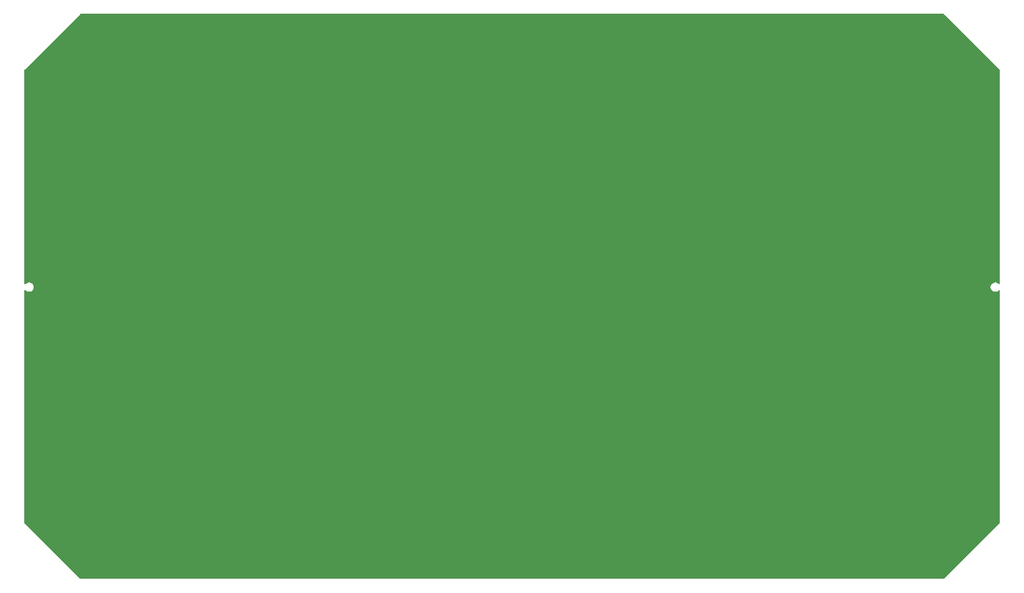
<source format=gbr>
%TF.GenerationSoftware,KiCad,Pcbnew,7.0.8*%
%TF.CreationDate,2025-03-15T15:27:24-04:00*%
%TF.ProjectId,dress panel,64726573-7320-4706-916e-656c2e6b6963,rev?*%
%TF.SameCoordinates,Original*%
%TF.FileFunction,Copper,L2,Bot*%
%TF.FilePolarity,Positive*%
%FSLAX46Y46*%
G04 Gerber Fmt 4.6, Leading zero omitted, Abs format (unit mm)*
G04 Created by KiCad (PCBNEW 7.0.8) date 2025-03-15 15:27:24*
%MOMM*%
%LPD*%
G01*
G04 APERTURE LIST*
%TA.AperFunction,NonConductor*%
%ADD10C,0.000000*%
%TD*%
G04 APERTURE END LIST*
D10*
%TA.AperFunction,NonConductor*%
G36*
X128636780Y80378300D02*
G01*
X128669800Y80355950D01*
X136235950Y72789800D01*
X136258300Y72756780D01*
X136265920Y72717660D01*
X136265920Y43697650D01*
X136257790Y43658030D01*
X136234910Y43624500D01*
X136201400Y43602630D01*
X136161270Y43596050D01*
X136122160Y43605200D01*
X136089620Y43628560D01*
X136069320Y43650920D01*
X135986010Y43715430D01*
X135893020Y43765720D01*
X135792970Y43800270D01*
X135688830Y43817540D01*
X135583170Y43817540D01*
X135479000Y43800270D01*
X135378950Y43765720D01*
X135285990Y43715430D01*
X135202680Y43650920D01*
X135131020Y43572680D01*
X135073140Y43484290D01*
X135030970Y43387770D01*
X135005060Y43285130D01*
X134996430Y43180000D01*
X135005060Y43074840D01*
X135030970Y42972200D01*
X135073140Y42875710D01*
X135131020Y42787320D01*
X135202680Y42709060D01*
X135285990Y42644570D01*
X135378950Y42594280D01*
X135479000Y42559730D01*
X135583170Y42542460D01*
X135688830Y42542460D01*
X135792970Y42559730D01*
X135893020Y42594280D01*
X135986010Y42644570D01*
X136069320Y42709060D01*
X136089620Y42731440D01*
X136122160Y42754800D01*
X136161270Y42763950D01*
X136201400Y42757340D01*
X136234910Y42735500D01*
X136257790Y42701970D01*
X136265920Y42662350D01*
X136265920Y11102340D01*
X136258300Y11063220D01*
X136235950Y11030200D01*
X128669800Y3464050D01*
X128636780Y3441700D01*
X128597660Y3434080D01*
X11102340Y3434080D01*
X11063220Y3441700D01*
X11030200Y3464050D01*
X3464050Y11030200D01*
X3441700Y11063220D01*
X3434080Y11102340D01*
X3434080Y42662350D01*
X3442210Y42701970D01*
X3465070Y42735500D01*
X3498600Y42757340D01*
X3538730Y42763950D01*
X3577840Y42754800D01*
X3610360Y42731440D01*
X3630680Y42709060D01*
X3713990Y42644570D01*
X3806950Y42594280D01*
X3907030Y42559730D01*
X4011170Y42542460D01*
X4116810Y42542460D01*
X4220970Y42559730D01*
X4321050Y42594280D01*
X4414010Y42644570D01*
X4497320Y42709060D01*
X4568950Y42787320D01*
X4626860Y42875710D01*
X4669030Y42972200D01*
X4694940Y43074840D01*
X4703570Y43180000D01*
X4694940Y43285130D01*
X4669030Y43387770D01*
X4626860Y43484290D01*
X4568950Y43572680D01*
X4497320Y43650920D01*
X4414010Y43715430D01*
X4321050Y43765720D01*
X4220970Y43800270D01*
X4116810Y43817540D01*
X4011170Y43817540D01*
X3907030Y43800270D01*
X3806950Y43765720D01*
X3713990Y43715430D01*
X3630680Y43650920D01*
X3610360Y43628560D01*
X3577840Y43605200D01*
X3538730Y43596050D01*
X3498600Y43602630D01*
X3465070Y43624500D01*
X3442210Y43658030D01*
X3434080Y43697650D01*
X3434080Y72717660D01*
X3441700Y72756780D01*
X3464050Y72789800D01*
X11030200Y80355950D01*
X11063220Y80378300D01*
X11102340Y80385920D01*
X128597660Y80385920D01*
X128636780Y80378300D01*
G37*
%TD.AperFunction*%
%TA.AperFunction,NonConductor*%
G36*
X72469760Y48895000D02*
G01*
X72491090Y48891950D01*
X72570850Y48873130D01*
X72591680Y48866550D01*
X72667370Y48835560D01*
X72756270Y48782220D01*
X72833990Y48715680D01*
X72899500Y48643030D01*
X72912220Y48626270D01*
X72965560Y48537370D01*
X72996550Y48461680D01*
X73003160Y48440850D01*
X73021950Y48361090D01*
X73025000Y48339760D01*
X73030080Y48256950D01*
X73030080Y40643050D01*
X73025000Y40560240D01*
X73021950Y40538910D01*
X73003160Y40459150D01*
X72996550Y40438320D01*
X72965560Y40362610D01*
X72912220Y40273730D01*
X72845680Y40196010D01*
X72773030Y40130480D01*
X72756270Y40117780D01*
X72667370Y40064440D01*
X72591680Y40033450D01*
X72570850Y40026840D01*
X72491090Y40008050D01*
X72469760Y40005000D01*
X72386950Y39999920D01*
X64756280Y39999920D01*
X64649600Y40012110D01*
X64550040Y40040050D01*
X64458600Y40083230D01*
X64384430Y40132510D01*
X64334640Y40176200D01*
X64261490Y40255950D01*
X64225420Y40307770D01*
X64206120Y40340790D01*
X64177670Y40399720D01*
X64164460Y40435280D01*
X64146180Y40498270D01*
X64138560Y40535860D01*
X64131440Y40600880D01*
X64129920Y40641520D01*
X64129920Y48256950D01*
X64135000Y48339760D01*
X64138050Y48361090D01*
X64156840Y48440850D01*
X64163450Y48461680D01*
X64194440Y48537370D01*
X64247780Y48626270D01*
X64314320Y48703990D01*
X64386970Y48769520D01*
X64403730Y48782220D01*
X64492630Y48835560D01*
X64568320Y48866550D01*
X64589150Y48873130D01*
X64668910Y48891950D01*
X64690240Y48895000D01*
X64773050Y48900080D01*
X72386950Y48900080D01*
X72469760Y48895000D01*
G37*
%TD.AperFunction*%
%TA.AperFunction,NonConductor*%
G36*
X72469760Y31115000D02*
G01*
X72491090Y31111950D01*
X72570850Y31093160D01*
X72591680Y31086550D01*
X72667370Y31055560D01*
X72756270Y31002220D01*
X72833990Y30935680D01*
X72899500Y30863030D01*
X72912220Y30846270D01*
X72965560Y30757370D01*
X72996550Y30681680D01*
X73003160Y30660850D01*
X73021950Y30581090D01*
X73025000Y30559760D01*
X73030080Y30476950D01*
X73030080Y22863050D01*
X73025000Y22780240D01*
X73021950Y22758910D01*
X73003160Y22679150D01*
X72996550Y22658320D01*
X72965560Y22582630D01*
X72912220Y22493730D01*
X72845680Y22416010D01*
X72773030Y22350480D01*
X72756270Y22337780D01*
X72667370Y22284440D01*
X72591680Y22253450D01*
X72570850Y22246840D01*
X72491090Y22228050D01*
X72469760Y22225000D01*
X72386950Y22219920D01*
X64756280Y22219920D01*
X64649600Y22232110D01*
X64550040Y22260050D01*
X64458600Y22303230D01*
X64384430Y22352510D01*
X64334640Y22396200D01*
X64261490Y22475950D01*
X64225420Y22527740D01*
X64206120Y22560790D01*
X64177670Y22619720D01*
X64164460Y22655280D01*
X64146180Y22718240D01*
X64138560Y22755860D01*
X64131440Y22820880D01*
X64129920Y22861520D01*
X64129920Y30476950D01*
X64135000Y30559760D01*
X64138050Y30581090D01*
X64156840Y30660850D01*
X64163450Y30681680D01*
X64194440Y30757370D01*
X64247780Y30846270D01*
X64314320Y30923990D01*
X64386970Y30989520D01*
X64403730Y31002220D01*
X64492630Y31055560D01*
X64568320Y31086550D01*
X64589150Y31093160D01*
X64668910Y31111950D01*
X64690240Y31115000D01*
X64773050Y31120080D01*
X72386950Y31120080D01*
X72469760Y31115000D01*
G37*
%TD.AperFunction*%
%TA.AperFunction,NonConductor*%
G36*
X56721760Y47498000D02*
G01*
X56743090Y47494950D01*
X56822850Y47476130D01*
X56843680Y47469550D01*
X56919370Y47438560D01*
X57008270Y47385220D01*
X57085990Y47318680D01*
X57151520Y47246030D01*
X57164220Y47229270D01*
X57217560Y47140370D01*
X57248550Y47064680D01*
X57255160Y47043850D01*
X57273950Y46964090D01*
X57277000Y46942760D01*
X57282080Y46859950D01*
X57282080Y16640050D01*
X57277000Y16557240D01*
X57273950Y16535910D01*
X57255160Y16456150D01*
X57248550Y16435320D01*
X57217560Y16359630D01*
X57164220Y16270730D01*
X57097680Y16193010D01*
X57025030Y16127480D01*
X57008270Y16114780D01*
X56919370Y16061440D01*
X56843680Y16030450D01*
X56822850Y16023840D01*
X56743090Y16005050D01*
X56721760Y16002000D01*
X56638950Y15996920D01*
X45452280Y15996920D01*
X45345600Y16009110D01*
X45246010Y16037050D01*
X45154600Y16080230D01*
X45080430Y16129510D01*
X45030640Y16173200D01*
X44957490Y16252950D01*
X44921420Y16304740D01*
X44902120Y16337790D01*
X44873670Y16396720D01*
X44860460Y16432280D01*
X44842180Y16495240D01*
X44834560Y16532860D01*
X44827440Y16597880D01*
X44825920Y16638520D01*
X44825920Y46859950D01*
X44831000Y46942760D01*
X44834050Y46964090D01*
X44852840Y47043850D01*
X44859450Y47064680D01*
X44890440Y47140370D01*
X44943780Y47229270D01*
X45010320Y47306990D01*
X45082970Y47372520D01*
X45099730Y47385220D01*
X45188610Y47438560D01*
X45264320Y47469550D01*
X45285150Y47476130D01*
X45364910Y47494950D01*
X45386240Y47498000D01*
X45469050Y47503080D01*
X56638950Y47503080D01*
X56721760Y47498000D01*
G37*
%TD.AperFunction*%
%TA.AperFunction,NonConductor*%
G36*
X33734760Y74295000D02*
G01*
X33756090Y74291950D01*
X33835850Y74273160D01*
X33856680Y74266550D01*
X33932370Y74235560D01*
X34021270Y74182220D01*
X34098990Y74115680D01*
X34164520Y74043030D01*
X34177220Y74026270D01*
X34230560Y73937370D01*
X34261550Y73861680D01*
X34268130Y73840850D01*
X34286950Y73761090D01*
X34290000Y73739760D01*
X34295080Y73656950D01*
X34295080Y63503050D01*
X34290000Y63420240D01*
X34286950Y63398910D01*
X34268130Y63319150D01*
X34261550Y63298320D01*
X34230560Y63222630D01*
X34177220Y63133730D01*
X34110680Y63056010D01*
X34038030Y62990480D01*
X34021270Y62977780D01*
X33932370Y62924440D01*
X33856680Y62893450D01*
X33835850Y62886840D01*
X33756090Y62868050D01*
X33734760Y62865000D01*
X33651950Y62859920D01*
X12051280Y62859920D01*
X11944600Y62872110D01*
X11845040Y62900050D01*
X11753600Y62943230D01*
X11679430Y62992510D01*
X11629640Y63036200D01*
X11556490Y63115950D01*
X11520420Y63167770D01*
X11501120Y63200790D01*
X11472670Y63259720D01*
X11459460Y63295280D01*
X11441150Y63358270D01*
X11433560Y63395860D01*
X11426440Y63460880D01*
X11424890Y63501520D01*
X11424890Y73656950D01*
X11430000Y73739760D01*
X11433050Y73761090D01*
X11451840Y73840850D01*
X11458450Y73861680D01*
X11489440Y73937370D01*
X11542780Y74026270D01*
X11609320Y74103990D01*
X11681970Y74169500D01*
X11698730Y74182220D01*
X11787630Y74235560D01*
X11863320Y74266550D01*
X11884130Y74273160D01*
X11963880Y74291950D01*
X11985240Y74295000D01*
X12068050Y74300080D01*
X33651950Y74300080D01*
X33734760Y74295000D01*
G37*
%TD.AperFunction*%
%TA.AperFunction,NonConductor*%
G36*
X92789760Y31115000D02*
G01*
X92811090Y31111950D01*
X92890850Y31093160D01*
X92911680Y31086550D01*
X92987370Y31055560D01*
X93076270Y31002220D01*
X93153990Y30935680D01*
X93219500Y30863030D01*
X93232220Y30846270D01*
X93285560Y30757370D01*
X93316550Y30681680D01*
X93323160Y30660850D01*
X93341950Y30581090D01*
X93345000Y30559760D01*
X93350080Y30476950D01*
X93350080Y22863050D01*
X93345000Y22780240D01*
X93341950Y22758910D01*
X93323160Y22679150D01*
X93316550Y22658320D01*
X93285560Y22582630D01*
X93232220Y22493730D01*
X93165680Y22416010D01*
X93093030Y22350480D01*
X93076270Y22337780D01*
X92987370Y22284440D01*
X92911680Y22253450D01*
X92890850Y22246840D01*
X92811090Y22228050D01*
X92789760Y22225000D01*
X92706950Y22219920D01*
X85094060Y22219920D01*
X84988880Y22228050D01*
X84909150Y22246840D01*
X84888320Y22253450D01*
X84812630Y22284440D01*
X84723730Y22337780D01*
X84646010Y22404320D01*
X84580480Y22476970D01*
X84567780Y22493730D01*
X84514440Y22582630D01*
X84483450Y22658320D01*
X84476840Y22679150D01*
X84458050Y22758910D01*
X84455000Y22780240D01*
X84449920Y22863050D01*
X84449920Y30476950D01*
X84455000Y30559760D01*
X84458050Y30581090D01*
X84476840Y30660850D01*
X84483450Y30681680D01*
X84514440Y30757370D01*
X84567780Y30846270D01*
X84634320Y30923990D01*
X84706970Y30989520D01*
X84723730Y31002220D01*
X84812630Y31055560D01*
X84888320Y31086550D01*
X84909150Y31093160D01*
X84988880Y31111950D01*
X85010240Y31115000D01*
X85093050Y31120080D01*
X92706950Y31120080D01*
X92789760Y31115000D01*
G37*
%TD.AperFunction*%
%TA.AperFunction,NonConductor*%
G36*
X82629760Y31115000D02*
G01*
X82651090Y31111950D01*
X82730850Y31093160D01*
X82751680Y31086550D01*
X82827370Y31055560D01*
X82916270Y31002220D01*
X82993990Y30935680D01*
X83059500Y30863030D01*
X83072220Y30846270D01*
X83125560Y30757370D01*
X83156550Y30681680D01*
X83163160Y30660850D01*
X83181950Y30581090D01*
X83185000Y30559760D01*
X83190080Y30476950D01*
X83190080Y22863050D01*
X83185000Y22780240D01*
X83181950Y22758910D01*
X83163160Y22679150D01*
X83156550Y22658320D01*
X83125560Y22582630D01*
X83072220Y22493730D01*
X83005680Y22416010D01*
X82933030Y22350480D01*
X82916270Y22337780D01*
X82827370Y22284440D01*
X82751680Y22253450D01*
X82730850Y22246840D01*
X82651090Y22228050D01*
X82629760Y22225000D01*
X82546950Y22219920D01*
X74916280Y22219920D01*
X74809600Y22232110D01*
X74710040Y22260050D01*
X74618600Y22303230D01*
X74544430Y22352510D01*
X74494640Y22396200D01*
X74421490Y22475950D01*
X74385420Y22527740D01*
X74366090Y22560790D01*
X74337670Y22619720D01*
X74324460Y22655280D01*
X74306180Y22718240D01*
X74298560Y22755860D01*
X74291440Y22820880D01*
X74289920Y22861520D01*
X74289920Y30476950D01*
X74295000Y30559760D01*
X74298050Y30581090D01*
X74316840Y30660850D01*
X74323450Y30681680D01*
X74354440Y30757370D01*
X74407780Y30846270D01*
X74474320Y30923990D01*
X74546970Y30989520D01*
X74563730Y31002220D01*
X74652630Y31055560D01*
X74728320Y31086550D01*
X74749150Y31093160D01*
X74828880Y31111950D01*
X74850240Y31115000D01*
X74933050Y31120080D01*
X82546950Y31120080D01*
X82629760Y31115000D01*
G37*
%TD.AperFunction*%
%TA.AperFunction,NonConductor*%
G36*
X40338760Y47498000D02*
G01*
X40360090Y47494950D01*
X40439850Y47476130D01*
X40460680Y47469550D01*
X40536370Y47438560D01*
X40625270Y47385220D01*
X40702990Y47318680D01*
X40768520Y47246030D01*
X40781220Y47229270D01*
X40834560Y47140370D01*
X40865550Y47064680D01*
X40872130Y47043850D01*
X40890950Y46964090D01*
X40894000Y46942760D01*
X40899080Y46859950D01*
X40899080Y16767050D01*
X40894000Y16684240D01*
X40890950Y16662910D01*
X40872130Y16583150D01*
X40865550Y16562320D01*
X40834560Y16486630D01*
X40781220Y16397730D01*
X40714680Y16320010D01*
X40642030Y16254480D01*
X40625270Y16241780D01*
X40536370Y16188440D01*
X40460680Y16157450D01*
X40439850Y16150840D01*
X40360090Y16132050D01*
X40338760Y16129000D01*
X40255950Y16123920D01*
X29086050Y16123920D01*
X29003240Y16129000D01*
X28981910Y16132050D01*
X28902150Y16150840D01*
X28881320Y16157450D01*
X28805630Y16188440D01*
X28716730Y16241780D01*
X28639010Y16308320D01*
X28573480Y16380970D01*
X28560780Y16397730D01*
X28507440Y16486630D01*
X28476450Y16562320D01*
X28469840Y16583150D01*
X28451050Y16662910D01*
X28448000Y16684240D01*
X28442920Y16767050D01*
X28442920Y46859950D01*
X28448000Y46942760D01*
X28451050Y46964090D01*
X28469840Y47043850D01*
X28476450Y47064680D01*
X28507440Y47140370D01*
X28560780Y47229270D01*
X28627320Y47306990D01*
X28699970Y47372520D01*
X28716730Y47385220D01*
X28805630Y47438560D01*
X28881320Y47469550D01*
X28902150Y47476130D01*
X28981910Y47494950D01*
X29003240Y47498000D01*
X29086050Y47503080D01*
X40255950Y47503080D01*
X40338760Y47498000D01*
G37*
%TD.AperFunction*%
%TA.AperFunction,NonConductor*%
G36*
X102949760Y48895000D02*
G01*
X102971090Y48891950D01*
X103050850Y48873130D01*
X103071680Y48866550D01*
X103147370Y48835560D01*
X103236270Y48782220D01*
X103313990Y48715680D01*
X103379500Y48643030D01*
X103392220Y48626270D01*
X103445560Y48537370D01*
X103476550Y48461680D01*
X103483160Y48440850D01*
X103501950Y48361090D01*
X103505000Y48339760D01*
X103510080Y48256950D01*
X103510080Y40643050D01*
X103505000Y40560240D01*
X103501950Y40538910D01*
X103483160Y40459150D01*
X103476550Y40438320D01*
X103445560Y40362610D01*
X103392220Y40273730D01*
X103325680Y40196010D01*
X103253030Y40130480D01*
X103236270Y40117780D01*
X103147370Y40064440D01*
X103071680Y40033450D01*
X103050850Y40026840D01*
X102971090Y40008050D01*
X102949760Y40005000D01*
X102866950Y39999920D01*
X95236280Y39999920D01*
X95129600Y40012110D01*
X95030040Y40040050D01*
X94938600Y40083230D01*
X94864430Y40132510D01*
X94814640Y40176200D01*
X94741490Y40255950D01*
X94705420Y40307770D01*
X94686090Y40340790D01*
X94657670Y40399720D01*
X94644460Y40435280D01*
X94626180Y40498270D01*
X94618560Y40535860D01*
X94611440Y40600880D01*
X94609920Y40641520D01*
X94609920Y48256950D01*
X94615000Y48339760D01*
X94618050Y48361090D01*
X94636840Y48440850D01*
X94643450Y48461680D01*
X94674440Y48537370D01*
X94727780Y48626270D01*
X94794320Y48703990D01*
X94866970Y48769520D01*
X94883730Y48782220D01*
X94972630Y48835560D01*
X95048320Y48866550D01*
X95069150Y48873130D01*
X95148880Y48891950D01*
X95170240Y48895000D01*
X95253050Y48900080D01*
X102866950Y48900080D01*
X102949760Y48895000D01*
G37*
%TD.AperFunction*%
%TA.AperFunction,NonConductor*%
G36*
X82629760Y48895000D02*
G01*
X82651090Y48891950D01*
X82730850Y48873130D01*
X82751680Y48866550D01*
X82827370Y48835560D01*
X82916270Y48782220D01*
X82993990Y48715680D01*
X83059500Y48643030D01*
X83072220Y48626270D01*
X83125560Y48537370D01*
X83156550Y48461680D01*
X83163160Y48440850D01*
X83181950Y48361090D01*
X83185000Y48339760D01*
X83190080Y48256950D01*
X83190080Y40643050D01*
X83185000Y40560240D01*
X83181950Y40538910D01*
X83163160Y40459150D01*
X83156550Y40438320D01*
X83125560Y40362610D01*
X83072220Y40273730D01*
X83005680Y40196010D01*
X82933030Y40130480D01*
X82916270Y40117780D01*
X82827370Y40064440D01*
X82751680Y40033450D01*
X82730850Y40026840D01*
X82651090Y40008050D01*
X82629760Y40005000D01*
X82546950Y39999920D01*
X74916280Y39999920D01*
X74809600Y40012110D01*
X74710040Y40040050D01*
X74618600Y40083230D01*
X74544430Y40132510D01*
X74494640Y40176200D01*
X74421490Y40255950D01*
X74385420Y40307770D01*
X74366090Y40340790D01*
X74337670Y40399720D01*
X74324460Y40435280D01*
X74306180Y40498270D01*
X74298560Y40535860D01*
X74291440Y40600880D01*
X74289920Y40641520D01*
X74289920Y48256950D01*
X74295000Y48339760D01*
X74298050Y48361090D01*
X74316840Y48440850D01*
X74323450Y48461680D01*
X74354440Y48537370D01*
X74407780Y48626270D01*
X74474320Y48703990D01*
X74546970Y48769520D01*
X74563730Y48782220D01*
X74652630Y48835560D01*
X74728320Y48866550D01*
X74749150Y48873130D01*
X74828880Y48891950D01*
X74850240Y48895000D01*
X74933050Y48900080D01*
X82546950Y48900080D01*
X82629760Y48895000D01*
G37*
%TD.AperFunction*%
%TA.AperFunction,NonConductor*%
G36*
X92789760Y48895000D02*
G01*
X92811090Y48891950D01*
X92890850Y48873130D01*
X92911680Y48866550D01*
X92987370Y48835560D01*
X93076270Y48782220D01*
X93153990Y48715680D01*
X93219500Y48643030D01*
X93232220Y48626270D01*
X93285560Y48537370D01*
X93316550Y48461680D01*
X93323160Y48440850D01*
X93341950Y48361090D01*
X93345000Y48339760D01*
X93350080Y48256950D01*
X93350080Y40643050D01*
X93345000Y40560240D01*
X93341950Y40538910D01*
X93323160Y40459150D01*
X93316550Y40438320D01*
X93285560Y40362610D01*
X93232220Y40273730D01*
X93165680Y40196010D01*
X93093030Y40130480D01*
X93076270Y40117780D01*
X92987370Y40064440D01*
X92911680Y40033450D01*
X92890850Y40026840D01*
X92811090Y40008050D01*
X92789760Y40005000D01*
X92706950Y39999920D01*
X85094060Y39999920D01*
X85074250Y40000430D01*
X84969600Y40012110D01*
X84870040Y40040050D01*
X84778600Y40083230D01*
X84704430Y40132510D01*
X84654640Y40176200D01*
X84581490Y40255950D01*
X84545420Y40307770D01*
X84526090Y40340790D01*
X84497670Y40399720D01*
X84484460Y40435280D01*
X84466180Y40498270D01*
X84458560Y40535860D01*
X84451440Y40600880D01*
X84449920Y40641520D01*
X84449920Y48256950D01*
X84455000Y48339760D01*
X84458050Y48361090D01*
X84476840Y48440850D01*
X84483450Y48461680D01*
X84514440Y48537370D01*
X84567780Y48626270D01*
X84634320Y48703990D01*
X84706970Y48769520D01*
X84723730Y48782220D01*
X84812630Y48835560D01*
X84888320Y48866550D01*
X84909150Y48873130D01*
X84988880Y48891950D01*
X85010240Y48895000D01*
X85093050Y48900080D01*
X92706950Y48900080D01*
X92789760Y48895000D01*
G37*
%TD.AperFunction*%
%TA.AperFunction,NonConductor*%
G36*
X102949760Y31115000D02*
G01*
X102971090Y31111950D01*
X103050850Y31093160D01*
X103071680Y31086550D01*
X103147370Y31055560D01*
X103236270Y31002220D01*
X103313990Y30935680D01*
X103379500Y30863030D01*
X103392220Y30846270D01*
X103445560Y30757370D01*
X103476550Y30681680D01*
X103483160Y30660850D01*
X103501950Y30581090D01*
X103505000Y30559760D01*
X103510080Y30476950D01*
X103510080Y22863050D01*
X103505000Y22780240D01*
X103501950Y22758910D01*
X103483160Y22679150D01*
X103476550Y22658320D01*
X103445560Y22582630D01*
X103392220Y22493730D01*
X103325680Y22416010D01*
X103253030Y22350480D01*
X103236270Y22337780D01*
X103147370Y22284440D01*
X103071680Y22253450D01*
X103050850Y22246840D01*
X102971090Y22228050D01*
X102949760Y22225000D01*
X102866950Y22219920D01*
X95254060Y22219920D01*
X95148880Y22228050D01*
X95069150Y22246840D01*
X95048320Y22253450D01*
X94972630Y22284440D01*
X94883730Y22337780D01*
X94806010Y22404320D01*
X94740480Y22476970D01*
X94727780Y22493730D01*
X94674440Y22582630D01*
X94643450Y22658320D01*
X94636840Y22679150D01*
X94618050Y22758910D01*
X94615000Y22780240D01*
X94609920Y22863050D01*
X94609920Y30476950D01*
X94615000Y30559760D01*
X94618050Y30581090D01*
X94636840Y30660850D01*
X94643450Y30681680D01*
X94674440Y30757370D01*
X94727780Y30846270D01*
X94794320Y30923990D01*
X94866970Y30989520D01*
X94883730Y31002220D01*
X94972630Y31055560D01*
X95048320Y31086550D01*
X95069150Y31093160D01*
X95148880Y31111950D01*
X95170240Y31115000D01*
X95253050Y31120080D01*
X102866950Y31120080D01*
X102949760Y31115000D01*
G37*
%TD.AperFunction*%
%TA.AperFunction,NonConductor*%
G36*
X130381760Y50165000D02*
G01*
X130403090Y50161950D01*
X130482850Y50143130D01*
X130503680Y50136550D01*
X130579370Y50105560D01*
X130668270Y50052220D01*
X130745990Y49985680D01*
X130811520Y49913030D01*
X130824220Y49896270D01*
X130877560Y49807370D01*
X130908550Y49731680D01*
X130915160Y49710850D01*
X130933950Y49631090D01*
X130937000Y49609760D01*
X130942080Y49526950D01*
X130942080Y35182050D01*
X130937000Y35099240D01*
X130933950Y35077910D01*
X130915160Y34998150D01*
X130908550Y34977320D01*
X130877560Y34901610D01*
X130824220Y34812730D01*
X130757680Y34735010D01*
X130685030Y34669480D01*
X130668270Y34656780D01*
X130579370Y34603440D01*
X130503680Y34572450D01*
X130482850Y34565840D01*
X130403090Y34547050D01*
X130381760Y34544000D01*
X130298950Y34538920D01*
X105904280Y34538920D01*
X105797600Y34551110D01*
X105698040Y34579050D01*
X105606600Y34622230D01*
X105532430Y34671510D01*
X105482640Y34715200D01*
X105409490Y34794950D01*
X105373420Y34846770D01*
X105354090Y34879790D01*
X105325670Y34938720D01*
X105312460Y34974280D01*
X105294180Y35037270D01*
X105286560Y35074860D01*
X105279440Y35139880D01*
X105277920Y35180520D01*
X105277920Y49526950D01*
X105283000Y49609760D01*
X105286050Y49631090D01*
X105304840Y49710850D01*
X105311450Y49731680D01*
X105342440Y49807370D01*
X105395780Y49896270D01*
X105462320Y49973990D01*
X105534970Y50039520D01*
X105551730Y50052220D01*
X105640630Y50105560D01*
X105716320Y50136550D01*
X105737150Y50143130D01*
X105816880Y50161950D01*
X105838240Y50165000D01*
X105921050Y50170080D01*
X130298950Y50170080D01*
X130381760Y50165000D01*
G37*
%TD.AperFunction*%
M02*

</source>
